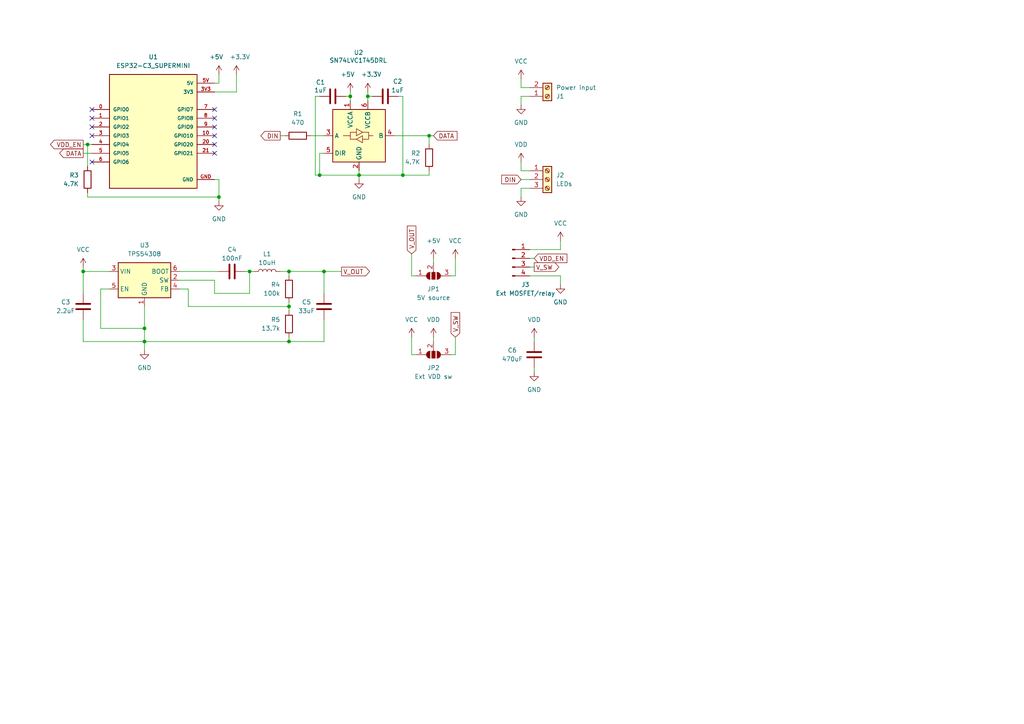
<source format=kicad_sch>
(kicad_sch (version 20231120) (generator "eeschema") (generator_version "8.0")
  (paper "A4")
  (lib_symbols
    (symbol "Connector:Conn_01x04_Pin" (pin_names (offset 1.016) hide)
      (property "Reference" "J" (at 0 5.08 0))
      (property "Value" "Conn_01x04_Pin" (at 0 -7.62 0))
      (symbol "Conn_01x04_Pin_1_1"
        (polyline (pts (xy 1.27 -5.08) (xy 0.8636 -5.08)) (stroke (width 0.1524)))
        (polyline (pts (xy 1.27 -2.54) (xy 0.8636 -2.54)) (stroke (width 0.1524)))
        (polyline (pts (xy 1.27 0) (xy 0.8636 0)) (stroke (width 0.1524)))
        (polyline (pts (xy 1.27 2.54) (xy 0.8636 2.54)) (stroke (width 0.1524)))
        (rectangle (start 0.8636 -4.953) (end 0 -5.207) (stroke (width 0.1524)) (fill (type outline)))
        (rectangle (start 0.8636 -2.413) (end 0 -2.667) (stroke (width 0.1524)) (fill (type outline)))
        (rectangle (start 0.8636 0.127) (end 0 -0.127) (stroke (width 0.1524)) (fill (type outline)))
        (rectangle (start 0.8636 2.667) (end 0 2.413) (stroke (width 0.1524)) (fill (type outline)))
        (pin passive line (at 5.08 2.54 180) (length 3.81) (name "Pin_1") (number "1"))
        (pin passive line (at 5.08 0 180) (length 3.81) (name "Pin_2") (number "2"))
        (pin passive line (at 5.08 -2.54 180) (length 3.81) (name "Pin_3") (number "3"))
        (pin passive line (at 5.08 -5.08 180) (length 3.81) (name "Pin_4") (number "4"))
      )
    )
    (symbol "Connector:Screw_Terminal_01x02" (pin_names (offset 1.016) hide)
      (property "Reference" "J" (at 0 2.54 0))
      (property "Value" "Screw_Terminal_01x02" (at 0 -5.08 0))
      (symbol "Screw_Terminal_01x02_1_1"
        (rectangle (start -1.27 1.27) (end 1.27 -3.81) (stroke (width 0.254)) (fill (type background)))
        (circle (center 0 -2.54) (radius 0.635) (stroke (width 0.1524)))
        (polyline (pts (xy -0.5334 -2.2098) (xy 0.3302 -3.048)) (stroke (width 0.1524)))
        (polyline (pts (xy -0.5334 0.3302) (xy 0.3302 -0.508)) (stroke (width 0.1524)))
        (polyline (pts (xy -0.3556 -2.032) (xy 0.508 -2.8702)) (stroke (width 0.1524)))
        (polyline (pts (xy -0.3556 0.508) (xy 0.508 -0.3302)) (stroke (width 0.1524)))
        (circle (center 0 0) (radius 0.635) (stroke (width 0.1524)))
        (pin passive line (at -5.08 0 0) (length 3.81) (name "Pin_1") (number "1"))
        (pin passive line (at -5.08 -2.54 0) (length 3.81) (name "Pin_2") (number "2"))
      )
    )
    (symbol "Connector:Screw_Terminal_01x03" (pin_names (offset 1.016) hide)
      (property "Reference" "J" (at 0 5.08 0))
      (property "Value" "Screw_Terminal_01x03" (at 0 -5.08 0))
      (symbol "Screw_Terminal_01x03_1_1"
        (rectangle (start -1.27 3.81) (end 1.27 -3.81) (stroke (width 0.254)) (fill (type background)))
        (circle (center 0 -2.54) (radius 0.635) (stroke (width 0.1524)))
        (polyline (pts (xy -0.5334 -2.2098) (xy 0.3302 -3.048)) (stroke (width 0.1524)))
        (polyline (pts (xy -0.5334 0.3302) (xy 0.3302 -0.508)) (stroke (width 0.1524)))
        (polyline (pts (xy -0.5334 2.8702) (xy 0.3302 2.032)) (stroke (width 0.1524)))
        (polyline (pts (xy -0.3556 -2.032) (xy 0.508 -2.8702)) (stroke (width 0.1524)))
        (polyline (pts (xy -0.3556 0.508) (xy 0.508 -0.3302)) (stroke (width 0.1524)))
        (polyline (pts (xy -0.3556 3.048) (xy 0.508 2.2098)) (stroke (width 0.1524)))
        (circle (center 0 0) (radius 0.635) (stroke (width 0.1524)))
        (circle (center 0 2.54) (radius 0.635) (stroke (width 0.1524)))
        (pin passive line (at -5.08 2.54 0) (length 3.81) (name "Pin_1") (number "1"))
        (pin passive line (at -5.08 0 0) (length 3.81) (name "Pin_2") (number "2"))
        (pin passive line (at -5.08 -2.54 0) (length 3.81) (name "Pin_3") (number "3"))
      )
    )
    (symbol "Device:C" (pin_numbers hide) (pin_names (offset 0.254))
      (property "Reference" "C" (at 0.635 2.54 0))
      (property "Value" "C" (at 0.635 -2.54 0))
      (symbol "C_0_1"
        (polyline (pts (xy -2.032 -0.762) (xy 2.032 -0.762)) (stroke (width 0.508)))
        (polyline (pts (xy -2.032 0.762) (xy 2.032 0.762)) (stroke (width 0.508)))
      )
      (symbol "C_1_1"
        (pin passive line (at 0 3.81 270) (length 2.794) (name "~") (number "1"))
        (pin passive line (at 0 -3.81 90) (length 2.794) (name "~") (number "2"))
      )
    )
    (symbol "Device:L" (pin_numbers hide) (pin_names (offset 1.016) hide)
      (property "Reference" "L" (at -1.27 0 90))
      (property "Value" "L" (at 1.905 0 90))
      (symbol "L_0_1"
        (arc (start 0 -2.54) (mid 0.6323 -1.905) (end 0 -1.27))
        (arc (start 0 -1.27) (mid 0.6323 -0.635) (end 0 0))
        (arc (start 0 0) (mid 0.6323 0.635) (end 0 1.27))
        (arc (start 0 1.27) (mid 0.6323 1.905) (end 0 2.54))
      )
      (symbol "L_1_1"
        (pin passive line (at 0 3.81 270) (length 1.27) (name "1") (number "1"))
        (pin passive line (at 0 -3.81 90) (length 1.27) (name "2") (number "2"))
      )
    )
    (symbol "Device:R" (pin_numbers hide) (pin_names (offset 0))
      (property "Reference" "R" (at 2.032 0 90))
      (property "Value" "R" (at 0 0 90))
      (symbol "R_0_1"
        (rectangle (start -1.016 -2.54) (end 1.016 2.54) (stroke (width 0.254)))
      )
      (symbol "R_1_1"
        (pin passive line (at 0 3.81 270) (length 1.27) (name "~") (number "1"))
        (pin passive line (at 0 -3.81 90) (length 1.27) (name "~") (number "2"))
      )
    )
    (symbol "ESP32-C3_SUPERMINI:ESP32-C3_SUPERMINI" (pin_names (offset 1.016))
      (property "Reference" "U" (at -12.7 16.002 0))
      (property "Value" "ESP32-C3_SUPERMINI" (at -12.7 -20.32 0))
      (symbol "ESP32-C3_SUPERMINI_0_0"
        (rectangle (start -12.7 -17.78) (end 12.7 15.24) (stroke (width 0.254)) (fill (type background)))
        (pin bidirectional line (at -17.78 5.08 0) (length 5.08) (name "GPIO0") (number "0"))
        (pin bidirectional line (at -17.78 2.54 0) (length 5.08) (name "GPIO1") (number "1"))
        (pin bidirectional line (at 17.78 -2.54 180) (length 5.08) (name "GPIO10") (number "10"))
        (pin bidirectional line (at -17.78 0 0) (length 5.08) (name "GPIO2") (number "2"))
        (pin bidirectional line (at 17.78 -5.08 180) (length 5.08) (name "GPIO20") (number "20"))
        (pin bidirectional line (at 17.78 -7.62 180) (length 5.08) (name "GPIO21") (number "21"))
        (pin bidirectional line (at -17.78 -2.54 0) (length 5.08) (name "GPIO3") (number "3"))
        (pin bidirectional line (at -17.78 -5.08 0) (length 5.08) (name "GPIO4") (number "4"))
        (pin bidirectional line (at -17.78 -7.62 0) (length 5.08) (name "GPIO5") (number "5"))
        (pin power_in line (at 17.78 12.7 180) (length 5.08) (name "5V") (number "5V"))
        (pin bidirectional line (at -17.78 -10.16 0) (length 5.08) (name "GPIO6") (number "6"))
        (pin bidirectional line (at 17.78 5.08 180) (length 5.08) (name "GPIO7") (number "7"))
        (pin bidirectional line (at 17.78 2.54 180) (length 5.08) (name "GPIO8") (number "8"))
        (pin bidirectional line (at 17.78 0 180) (length 5.08) (name "GPIO9") (number "9"))
      )
      (symbol "ESP32-C3_SUPERMINI_1_0"
        (pin power_in line (at 17.78 10.16 180) (length 5.08) (name "3V3") (number "3V3"))
        (pin power_in line (at 17.78 -15.24 180) (length 5.08) (name "GND") (number "GND"))
      )
    )
    (symbol "Jumper:SolderJumper_3_Open" (pin_names (offset 0) hide)
      (property "Reference" "JP" (at -2.54 -2.54 0))
      (property "Value" "SolderJumper_3_Open" (at 0 2.794 0))
      (symbol "SolderJumper_3_Open_0_1"
        (arc (start -1.016 1.016) (mid -2.0276 0) (end -1.016 -1.016))
        (arc (start -1.016 1.016) (mid -2.0276 0) (end -1.016 -1.016) (fill (type outline)))
        (rectangle (start -0.508 1.016) (end 0.508 -1.016) (fill (type outline)))
        (polyline (pts (xy -2.54 0) (xy -2.032 0)))
        (polyline (pts (xy -1.016 1.016) (xy -1.016 -1.016)))
        (polyline (pts (xy 0 -1.27) (xy 0 -1.016)))
        (polyline (pts (xy 1.016 1.016) (xy 1.016 -1.016)))
        (polyline (pts (xy 2.54 0) (xy 2.032 0)))
        (arc (start 1.016 -1.016) (mid 2.0276 0) (end 1.016 1.016))
        (arc (start 1.016 -1.016) (mid 2.0276 0) (end 1.016 1.016) (fill (type outline)))
      )
      (symbol "SolderJumper_3_Open_1_1"
        (pin passive line (at -5.08 0 0) (length 2.54) (name "A") (number "1"))
        (pin passive line (at 0 -3.81 90) (length 2.54) (name "C") (number "2"))
        (pin passive line (at 5.08 0 180) (length 2.54) (name "B") (number "3"))
      )
    )
    (symbol "Logic_LevelTranslator:SN74LVC1T45DRL"
      (property "Reference" "U" (at -6.35 8.89 0))
      (property "Value" "SN74LVC1T45DRL" (at 3.81 8.89 0))
      (symbol "SN74LVC1T45DRL_0_1"
        (rectangle (start -7.62 7.62) (end 7.62 -7.62) (stroke (width 0.254)) (fill (type background)))
        (polyline (pts (xy -2.54 0) (xy -2.54 1.016) (xy -0.762 1.016)))
        (polyline (pts (xy 2.794 0) (xy 2.794 -1.016) (xy 1.016 -1.016)))
        (polyline (pts (xy -0.762 -1.016) (xy -2.54 -1.016) (xy -2.54 0) (xy -4.572 0)))
        (polyline (pts (xy -0.762 0) (xy -0.762 2.032) (xy 1.016 1.016) (xy -0.762 0)))
        (polyline (pts (xy 1.016 1.016) (xy 2.794 1.016) (xy 2.794 0) (xy 4.064 0)))
        (polyline (pts (xy 1.016 0) (xy 1.016 -1.778) (xy 1.016 -2.032) (xy -0.762 -1.016) (xy 1.016 0)))
      )
      (symbol "SN74LVC1T45DRL_1_1"
        (pin power_in line (at -2.54 10.16 270) (length 2.54) (name "VCCA") (number "1"))
        (pin power_in line (at 0 -10.16 90) (length 2.54) (name "GND") (number "2"))
        (pin bidirectional line (at -10.16 0 0) (length 2.54) (name "A") (number "3"))
        (pin bidirectional line (at 10.16 0 180) (length 2.54) (name "B") (number "4"))
        (pin input line (at -10.16 -5.08 0) (length 2.54) (name "DIR") (number "5"))
        (pin power_in line (at 2.54 10.16 270) (length 2.54) (name "VCCB") (number "6"))
      )
    )
    (symbol "Regulator_Switching:TPS54308"
      (property "Reference" "U" (at -7.62 6.35 0))
      (property "Value" "TPS54308" (at 0 6.35 0))
      (symbol "TPS54308_0_1"
        (rectangle (start -7.62 5.08) (end 7.62 -5.08) (stroke (width 0.254)) (fill (type background)))
      )
      (symbol "TPS54308_1_1"
        (pin power_in line (at 0 -7.62 90) (length 2.54) (name "GND") (number "1"))
        (pin power_out line (at 10.16 0 180) (length 2.54) (name "SW") (number "2"))
        (pin power_in line (at -10.16 2.54 0) (length 2.54) (name "VIN") (number "3"))
        (pin input line (at 10.16 -2.54 180) (length 2.54) (name "FB") (number "4"))
        (pin input line (at -10.16 -2.54 0) (length 2.54) (name "EN") (number "5"))
        (pin passive line (at 10.16 2.54 180) (length 2.54) (name "BOOT") (number "6"))
      )
    )
    (symbol "power:+3.3V" (power) (pin_names (offset 0))
      (property "Value" "+3.3V" (at 0 3.556 0))
      (symbol "+3.3V_0_1"
        (polyline (pts (xy -0.762 1.27) (xy 0 2.54)))
        (polyline (pts (xy 0 0) (xy 0 2.54)))
        (polyline (pts (xy 0 2.54) (xy 0.762 1.27)))
      )
      (symbol "+3.3V_1_1"
        (pin power_in line (at 0 0 90) (length 0) hide (name "+3.3V") (number "1"))
      )
    )
    (symbol "power:+5V" (power) (pin_names (offset 0))
      (property "Value" "+5V" (at 0 3.556 0))
      (symbol "+5V_0_1"
        (polyline (pts (xy -0.762 1.27) (xy 0 2.54)))
        (polyline (pts (xy 0 0) (xy 0 2.54)))
        (polyline (pts (xy 0 2.54) (xy 0.762 1.27)))
      )
      (symbol "+5V_1_1"
        (pin power_in line (at 0 0 90) (length 0) hide (name "+5V") (number "1"))
      )
    )
    (symbol "power:GND" (power) (pin_names (offset 0))
      (property "Value" "GND" (at 0 -3.81 0))
      (symbol "GND_0_1"
        (polyline (pts (xy 0 0) (xy 0 -1.27) (xy 1.27 -1.27) (xy 0 -2.54) (xy -1.27 -1.27) (xy 0 -1.27)))
      )
      (symbol "GND_1_1"
        (pin power_in line (at 0 0 270) (length 0) hide (name "GND") (number "1"))
      )
    )
    (symbol "power:VCC" (power) (pin_names (offset 0))
      (property "Value" "VCC" (at 0 3.81 0))
      (symbol "VCC_0_1"
        (polyline (pts (xy -0.762 1.27) (xy 0 2.54)))
        (polyline (pts (xy 0 0) (xy 0 2.54)))
        (polyline (pts (xy 0 2.54) (xy 0.762 1.27)))
      )
      (symbol "VCC_1_1"
        (pin power_in line (at 0 0 90) (length 0) hide (name "VCC") (number "1"))
      )
    )
    (symbol "power:VDD" (power) (pin_names (offset 0))
      (property "Value" "VDD" (at 0 3.81 0))
      (symbol "VDD_0_1"
        (polyline (pts (xy -0.762 1.27) (xy 0 2.54)))
        (polyline (pts (xy 0 0) (xy 0 2.54)))
        (polyline (pts (xy 0 2.54) (xy 0.762 1.27)))
      )
      (symbol "VDD_1_1"
        (pin power_in line (at 0 0 90) (length 0) hide (name "VDD") (number "1"))
      )
    )
  )
  (junction (at 41.91 95.25))
  (junction (at 63.5 57.15))
  (junction (at 83.82 99.06))
  (junction (at 24.13 78.74))
  (junction (at 124.46 39.37))
  (junction (at 83.82 78.74))
  (junction (at 92.71 50.8))
  (junction (at 106.68 27.94))
  (junction (at 104.14 50.8))
  (junction (at 101.6 27.94))
  (junction (at 72.39 78.74))
  (junction (at 116.84 50.8))
  (junction (at 83.82 88.9))
  (junction (at 41.91 99.06))
  (junction (at 25.4 41.91))
  (junction (at 93.98 78.74))
  (no_connect (at 62.23 41.91))
  (no_connect (at 26.67 36.83))
  (no_connect (at 26.67 39.37))
  (no_connect (at 26.67 46.99))
  (no_connect (at 26.67 34.29))
  (no_connect (at 62.23 39.37))
  (no_connect (at 62.23 31.75))
  (no_connect (at 26.67 31.75))
  (no_connect (at 62.23 34.29))
  (no_connect (at 62.23 44.45))
  (no_connect (at 62.23 36.83))
  (wire (pts (xy 132.08 80.01) (xy 132.08 74.93)))
  (wire (pts (xy 62.23 24.13) (xy 63.5 24.13)))
  (wire (pts (xy 63.5 52.07) (xy 63.5 57.15)))
  (wire (pts (xy 162.56 72.39) (xy 162.56 69.85)))
  (wire (pts (xy 106.68 27.94) (xy 106.68 29.21)))
  (wire (pts (xy 24.13 78.74) (xy 31.75 78.74)))
  (wire (pts (xy 41.91 88.9) (xy 41.91 95.25)))
  (wire (pts (xy 125.73 74.93) (xy 125.73 76.2)))
  (wire (pts (xy 91.44 50.8) (xy 92.71 50.8)))
  (wire (pts (xy 130.81 80.01) (xy 132.08 80.01)))
  (wire (pts (xy 116.84 50.8) (xy 124.46 50.8)))
  (wire (pts (xy 116.84 50.8) (xy 104.14 50.8)))
  (wire (pts (xy 41.91 95.25) (xy 41.91 99.06)))
  (wire (pts (xy 83.82 87.63) (xy 83.82 88.9)))
  (wire (pts (xy 119.38 80.01) (xy 120.65 80.01)))
  (wire (pts (xy 153.67 54.61) (xy 151.13 54.61)))
  (wire (pts (xy 119.38 73.66) (xy 119.38 80.01)))
  (wire (pts (xy 124.46 39.37) (xy 124.46 41.91)))
  (wire (pts (xy 93.98 78.74) (xy 83.82 78.74)))
  (wire (pts (xy 92.71 50.8) (xy 104.14 50.8)))
  (wire (pts (xy 54.61 88.9) (xy 83.82 88.9)))
  (wire (pts (xy 151.13 46.99) (xy 151.13 49.53)))
  (wire (pts (xy 116.84 27.94) (xy 116.84 50.8)))
  (wire (pts (xy 125.73 39.37) (xy 124.46 39.37)))
  (wire (pts (xy 31.75 83.82) (xy 29.21 83.82)))
  (wire (pts (xy 83.82 88.9) (xy 83.82 90.17)))
  (wire (pts (xy 82.55 39.37) (xy 81.28 39.37)))
  (wire (pts (xy 100.33 27.94) (xy 101.6 27.94)))
  (wire (pts (xy 62.23 85.09) (xy 72.39 85.09)))
  (wire (pts (xy 91.44 27.94) (xy 91.44 50.8)))
  (wire (pts (xy 24.13 77.47) (xy 24.13 78.74)))
  (wire (pts (xy 72.39 78.74) (xy 73.66 78.74)))
  (wire (pts (xy 62.23 26.67) (xy 68.58 26.67)))
  (wire (pts (xy 151.13 54.61) (xy 151.13 57.15)))
  (wire (pts (xy 106.68 27.94) (xy 107.95 27.94)))
  (wire (pts (xy 93.98 99.06) (xy 83.82 99.06)))
  (wire (pts (xy 24.13 78.74) (xy 24.13 85.09)))
  (wire (pts (xy 104.14 49.53) (xy 104.14 50.8)))
  (wire (pts (xy 106.68 26.67) (xy 106.68 27.94)))
  (wire (pts (xy 72.39 85.09) (xy 72.39 78.74)))
  (wire (pts (xy 132.08 97.79) (xy 132.08 102.87)))
  (wire (pts (xy 29.21 83.82) (xy 29.21 95.25)))
  (wire (pts (xy 25.4 57.15) (xy 63.5 57.15)))
  (wire (pts (xy 154.94 106.68) (xy 154.94 107.95)))
  (wire (pts (xy 162.56 80.01) (xy 162.56 82.55)))
  (wire (pts (xy 54.61 83.82) (xy 54.61 88.9)))
  (wire (pts (xy 115.57 27.94) (xy 116.84 27.94)))
  (wire (pts (xy 52.07 81.28) (xy 62.23 81.28)))
  (wire (pts (xy 24.13 41.91) (xy 25.4 41.91)))
  (wire (pts (xy 91.44 27.94) (xy 92.71 27.94)))
  (wire (pts (xy 24.13 92.71) (xy 24.13 99.06)))
  (wire (pts (xy 153.67 72.39) (xy 162.56 72.39)))
  (wire (pts (xy 63.5 52.07) (xy 62.23 52.07)))
  (wire (pts (xy 93.98 78.74) (xy 93.98 85.09)))
  (wire (pts (xy 92.71 44.45) (xy 93.98 44.45)))
  (wire (pts (xy 63.5 57.15) (xy 63.5 58.42)))
  (wire (pts (xy 132.08 102.87) (xy 130.81 102.87)))
  (wire (pts (xy 153.67 77.47) (xy 154.94 77.47)))
  (wire (pts (xy 24.13 99.06) (xy 41.91 99.06)))
  (wire (pts (xy 81.28 78.74) (xy 83.82 78.74)))
  (wire (pts (xy 25.4 55.88) (xy 25.4 57.15)))
  (wire (pts (xy 62.23 81.28) (xy 62.23 85.09)))
  (wire (pts (xy 151.13 25.4) (xy 151.13 22.86)))
  (wire (pts (xy 151.13 27.94) (xy 151.13 30.48)))
  (wire (pts (xy 63.5 24.13) (xy 63.5 21.59)))
  (wire (pts (xy 90.17 39.37) (xy 93.98 39.37)))
  (wire (pts (xy 68.58 26.67) (xy 68.58 21.59)))
  (wire (pts (xy 154.94 97.79) (xy 154.94 99.06)))
  (wire (pts (xy 151.13 49.53) (xy 153.67 49.53)))
  (wire (pts (xy 93.98 92.71) (xy 93.98 99.06)))
  (wire (pts (xy 71.12 78.74) (xy 72.39 78.74)))
  (wire (pts (xy 124.46 50.8) (xy 124.46 49.53)))
  (wire (pts (xy 153.67 74.93) (xy 154.94 74.93)))
  (wire (pts (xy 151.13 52.07) (xy 153.67 52.07)))
  (wire (pts (xy 153.67 80.01) (xy 162.56 80.01)))
  (wire (pts (xy 119.38 102.87) (xy 119.38 97.79)))
  (wire (pts (xy 114.3 39.37) (xy 124.46 39.37)))
  (wire (pts (xy 25.4 41.91) (xy 25.4 48.26)))
  (wire (pts (xy 52.07 78.74) (xy 63.5 78.74)))
  (wire (pts (xy 120.65 102.87) (xy 119.38 102.87)))
  (wire (pts (xy 153.67 25.4) (xy 151.13 25.4)))
  (wire (pts (xy 41.91 99.06) (xy 83.82 99.06)))
  (wire (pts (xy 101.6 26.67) (xy 101.6 27.94)))
  (wire (pts (xy 83.82 97.79) (xy 83.82 99.06)))
  (wire (pts (xy 104.14 50.8) (xy 104.14 52.07)))
  (wire (pts (xy 52.07 83.82) (xy 54.61 83.82)))
  (wire (pts (xy 93.98 78.74) (xy 99.06 78.74)))
  (wire (pts (xy 25.4 41.91) (xy 26.67 41.91)))
  (wire (pts (xy 83.82 78.74) (xy 83.82 80.01)))
  (wire (pts (xy 101.6 27.94) (xy 101.6 29.21)))
  (wire (pts (xy 92.71 44.45) (xy 92.71 50.8)))
  (wire (pts (xy 24.13 44.45) (xy 26.67 44.45)))
  (wire (pts (xy 41.91 99.06) (xy 41.91 101.6)))
  (wire (pts (xy 29.21 95.25) (xy 41.91 95.25)))
  (wire (pts (xy 153.67 27.94) (xy 151.13 27.94)))
  (wire (pts (xy 125.73 97.79) (xy 125.73 99.06)))
  (global_label "VDD_EN" (shape input) (at 154.94 74.93 0) (property "Intersheetrefs" "${INTERSHEET_REFS}" (effects (hide yes))))
  (global_label "V_OUT" (shape input) (at 119.38 73.66 90) (property "Intersheetrefs" "${INTERSHEET_REFS}" (effects (hide yes))))
  (global_label "V_SW" (shape output) (at 154.94 77.47 0) (property "Intersheetrefs" "${INTERSHEET_REFS}" (effects (hide yes))))
  (global_label "DIN" (shape input) (at 151.13 52.07 180) (property "Intersheetrefs" "${INTERSHEET_REFS}" (effects (hide yes))))
  (global_label "VDD_EN" (shape output) (at 24.13 41.91 180) (property "Intersheetrefs" "${INTERSHEET_REFS}" (effects (hide yes))))
  (global_label "DATA" (shape output) (at 24.13 44.45 180) (property "Intersheetrefs" "${INTERSHEET_REFS}" (effects (hide yes))))
  (global_label "V_SW" (shape input) (at 132.08 97.79 90) (property "Intersheetrefs" "${INTERSHEET_REFS}" (effects (hide yes))))
  (global_label "DATA" (shape input) (at 125.73 39.37 0) (property "Intersheetrefs" "${INTERSHEET_REFS}" (effects (hide yes))))
  (global_label "V_OUT" (shape output) (at 99.06 78.74 0) (property "Intersheetrefs" "${INTERSHEET_REFS}" (effects (hide yes))))
  (global_label "DIN" (shape output) (at 81.28 39.37 180) (property "Intersheetrefs" "${INTERSHEET_REFS}" (effects (hide yes))))
  (symbol (lib_id "power:GND") (at 63.5 58.42 0) (unit 1)
    (property "Reference" "#PWR02" (effects (hide yes)))
    (property "Value" "GND" (at 63.5 63.5 0))
  )
  (symbol (lib_id "Device:R") (at 83.82 83.82 0) (unit 1)
    (property "Reference" "R4" (at 81.28 82.55 0) (effects (justify right)))
    (property "Value" "100k" (at 81.28 85.09 0) (effects (justify right)))
    (property "Footprint" "Resistor_SMD:R_0603_1608Metric_Pad0.98x0.95mm_HandSolder" (effects (hide yes)))
  )
  (symbol (lib_id "power:GND") (at 41.91 101.6 0) (unit 1)
    (property "Reference" "#PWR018" (effects (hide yes)))
    (property "Value" "GND" (at 41.91 106.68 0))
  )
  (symbol (lib_id "Device:R") (at 83.82 93.98 0) (unit 1)
    (property "Reference" "R5" (at 81.28 92.71 0) (effects (justify right)))
    (property "Value" "13.7k" (at 81.28 95.25 0) (effects (justify right)))
    (property "Footprint" "Resistor_SMD:R_0603_1608Metric_Pad0.98x0.95mm_HandSolder" (effects (hide yes)))
  )
  (symbol (lib_id "power:VCC") (at 119.38 97.79 0) (unit 1)
    (property "Reference" "#PWR013" (effects (hide yes)))
    (property "Value" "VCC" (at 119.38 92.71 0))
  )
  (symbol (lib_id "power:VCC") (at 151.13 22.86 0) (unit 1)
    (property "Reference" "#PWR05" (effects (hide yes)))
    (property "Value" "VCC" (at 151.13 17.78 0))
  )
  (symbol (lib_id "Device:R") (at 124.46 45.72 0) (unit 1)
    (property "Reference" "R2" (at 121.92 44.45 0) (effects (justify right)))
    (property "Value" "4.7K" (at 121.92 46.99 0) (effects (justify right)))
    (property "Footprint" "Resistor_SMD:R_0603_1608Metric_Pad0.98x0.95mm_HandSolder" (effects (hide yes)))
  )
  (symbol (lib_id "power:VDD") (at 154.94 97.79 0) (unit 1)
    (property "Reference" "#PWR019" (effects (hide yes)))
    (property "Value" "VDD" (at 154.94 92.71 0))
  )
  (symbol (lib_id "Device:R") (at 86.36 39.37 90) (unit 1)
    (property "Reference" "R1" (at 86.36 33.02 90))
    (property "Value" "470" (at 86.36 35.56 90))
    (property "Footprint" "Resistor_SMD:R_0603_1608Metric_Pad0.98x0.95mm_HandSolder" (effects (hide yes)))
  )
  (symbol (lib_id "power:VDD") (at 125.73 97.79 0) (unit 1)
    (property "Reference" "#PWR014" (effects (hide yes)))
    (property "Value" "VDD" (at 125.73 92.71 0))
  )
  (symbol (lib_id "power:VCC") (at 24.13 77.47 0) (unit 1)
    (property "Reference" "#PWR017" (effects (hide yes)))
    (property "Value" "VCC" (at 24.13 72.39 0))
  )
  (symbol (lib_id "Device:C") (at 24.13 88.9 0) (unit 1)
    (property "Reference" "C3" (at 19.05 87.63 0))
    (property "Value" "2.2uF" (at 19.05 90.17 0))
    (property "Footprint" "Capacitor_SMD:C_0603_1608Metric_Pad1.08x0.95mm_HandSolder" (effects (hide yes)))
  )
  (symbol (lib_id "power:VCC") (at 162.56 69.85 0) (unit 1)
    (property "Reference" "#PWR016" (effects (hide yes)))
    (property "Value" "VCC" (at 162.56 64.77 0))
  )
  (symbol (lib_id "power:+3.3V") (at 106.68 26.67 0) (mirror y) (unit 1)
    (property "Reference" "#PWR06" (effects (hide yes)))
    (property "Value" "+3.3V" (at 107.696 21.59 0))
  )
  (symbol (lib_id "Device:C") (at 154.94 102.87 0) (unit 1)
    (property "Reference" "C6" (at 148.59 101.6 0))
    (property "Value" "470uF" (at 148.59 104.14 0))
    (property "Footprint" "Capacitor_SMD:CP_Elec_8x10" (effects (hide yes)))
  )
  (symbol (lib_id "Regulator_Switching:TPS54308") (at 41.91 81.28 0) (unit 1)
    (property "Reference" "U3" (at 41.91 71.12 0))
    (property "Value" "TPS54308" (at 41.91 73.66 0))
    (property "Footprint" "Package_TO_SOT_SMD:SOT-23-6_Handsoldering" (effects (hide yes)))
    (property "Datasheet" "http://www.ti.com/lit/ds/symlink/tps54308.pdf" (effects (hide yes)))
    (property "Description" "3A, 4.5 to 28V Input, EMI Friendly integrated switch synchronous step-down regulator, continuous-conduction, SOT-23-6" (effects (hide yes)))
  )
  (symbol (lib_id "Device:C") (at 111.76 27.94 270) (unit 1)
    (property "Reference" "C2" (at 115.316 23.622 90))
    (property "Value" "1uF" (at 115.316 26.162 90))
    (property "Footprint" "Capacitor_SMD:C_0603_1608Metric_Pad1.08x0.95mm_HandSolder" (effects (hide yes)))
  )
  (symbol (lib_id "power:GND") (at 151.13 30.48 0) (mirror y) (unit 1)
    (property "Reference" "#PWR04" (effects (hide yes)))
    (property "Value" "GND" (at 151.13 35.56 0))
  )
  (symbol (lib_id "Connector:Screw_Terminal_01x03") (at 158.75 52.07 0) (unit 1)
    (property "Reference" "J2" (at 161.29 50.8 0) (effects (justify left)))
    (property "Value" "LEDs" (at 161.29 53.34 0) (effects (justify left)))
    (property "Footprint" "TerminalBlock:TerminalBlock_bornier-3_P5.08mm" (effects (hide yes)))
  )
  (symbol (lib_id "power:+3.3V") (at 68.58 21.59 0) (mirror y) (unit 1)
    (property "Reference" "#PWR03" (effects (hide yes)))
    (property "Value" "+3.3V" (at 69.596 16.51 0))
  )
  (symbol (lib_id "Jumper:SolderJumper_3_Open") (at 125.73 80.01 0) (mirror x) (unit 1)
    (property "Reference" "JP1" (at 125.73 83.82 0))
    (property "Value" "5V source" (at 125.73 86.36 0))
    (property "Footprint" "Jumper:SolderJumper-3_P1.3mm_Open_Pad1.0x1.5mm_NumberLabels" (effects (hide yes)))
  )
  (symbol (lib_id "power:+5V") (at 63.5 21.59 0) (mirror y) (unit 1)
    (property "Reference" "#PWR01" (effects (hide yes)))
    (property "Value" "+5V" (at 62.738 16.51 0))
  )
  (symbol (lib_id "ESP32-C3_SUPERMINI:ESP32-C3_SUPERMINI") (at 44.45 36.83 0) (unit 1)
    (property "Reference" "U1" (at 44.45 16.51 0))
    (property "Value" "ESP32-C3_SUPERMINI" (at 44.45 19.05 0))
    (property "Footprint" "ESP32-C3_SUPERMINI:MODULE_ESP32-C3_SUPERMINI_CASTELLATED" (effects (hide yes)))
    (property "Description" "\nSuper tiny ESP32-C3 board\n" (effects (hide yes)))
    (property "MF" "Espressif Systems" (effects (hide yes)))
    (property "MAXIMUM_PACKAGE_HEIGHT" "4.2mm" (effects (hide yes)))
    (property "Package" "Package" (effects (hide yes)))
    (property "Price" "None" (effects (hide yes)))
    (property "Check_prices" "https://www.snapeda.com/parts/ESP32-C3%20SuperMini/Espressif+Systems/view-part/?ref=eda" (effects (hide yes)))
    (property "STANDARD" "Manufacturer Recommendations" (effects (hide yes)))
    (property "SnapEDA_Link" "https://www.snapeda.com/parts/ESP32-C3%20SuperMini/Espressif+Systems/view-part/?ref=snap" (effects (hide yes)))
    (property "MP" "ESP32-C3 SuperMini" (effects (hide yes)))
    (property "Availability" "Not in stock" (effects (hide yes)))
    (property "MANUFACTURER" "Espressif" (effects (hide yes)))
    (property "Description_1" "\nSuper tiny ESP32-C3 board\n" (effects (hide yes)))
  )
  (symbol (lib_id "power:GND") (at 104.14 52.07 0) (mirror y) (unit 1)
    (property "Reference" "#PWR08" (effects (hide yes)))
    (property "Value" "GND" (at 104.14 57.15 0))
  )
  (symbol (lib_id "power:+5V") (at 125.73 74.93 0) (unit 1)
    (property "Reference" "#PWR012" (effects (hide yes)))
    (property "Value" "+5V" (at 125.73 69.85 0))
  )
  (symbol (lib_id "Device:C") (at 96.52 27.94 270) (unit 1)
    (property "Reference" "C1" (at 92.964 23.876 90))
    (property "Value" "1uF" (at 92.964 26.162 90))
    (property "Footprint" "Capacitor_SMD:C_0603_1608Metric_Pad1.08x0.95mm_HandSolder" (effects (hide yes)))
  )
  (symbol (lib_id "power:GND") (at 151.13 57.15 0) (mirror y) (unit 1)
    (property "Reference" "#PWR010" (effects (hide yes)))
    (property "Value" "GND" (at 151.13 62.23 0))
  )
  (symbol (lib_id "power:+5V") (at 101.6 26.67 0) (mirror y) (unit 1)
    (property "Reference" "#PWR07" (effects (hide yes)))
    (property "Value" "+5V" (at 100.838 21.59 0))
  )
  (symbol (lib_id "power:VDD") (at 151.13 46.99 0) (unit 1)
    (property "Reference" "#PWR09" (effects (hide yes)))
    (property "Value" "VDD" (at 151.13 41.91 0))
  )
  (symbol (lib_id "power:GND") (at 154.94 107.95 0) (mirror y) (unit 1)
    (property "Reference" "#PWR020" (effects (hide yes)))
    (property "Value" "GND" (at 154.94 113.03 0))
  )
  (symbol (lib_id "Device:R") (at 25.4 52.07 0) (unit 1)
    (property "Reference" "R3" (at 22.86 50.8 0) (effects (justify right)))
    (property "Value" "4.7K" (at 22.86 53.34 0) (effects (justify right)))
    (property "Footprint" "Resistor_SMD:R_0603_1608Metric_Pad0.98x0.95mm_HandSolder" (effects (hide yes)))
  )
  (symbol (lib_id "Device:L") (at 77.47 78.74 90) (unit 1)
    (property "Reference" "L1" (at 77.47 73.66 90))
    (property "Value" "10uH" (at 77.47 76.2 90))
    (property "Footprint" "CYA0630:CYA0630" (effects (hide yes)))
    (property "Description" "Inductor" (effects (hide yes)))
  )
  (symbol (lib_id "power:VCC") (at 132.08 74.93 0) (unit 1)
    (property "Reference" "#PWR011" (effects (hide yes)))
    (property "Value" "VCC" (at 132.08 69.85 0))
  )
  (symbol (lib_id "Connector:Screw_Terminal_01x02") (at 158.75 27.94 0) (mirror x) (unit 1)
    (property "Reference" "J1" (at 161.29 27.94 0) (effects (justify left)))
    (property "Value" "Power input" (at 161.29 25.4 0) (effects (justify left)))
    (property "Footprint" "TerminalBlock:TerminalBlock_bornier-2_P5.08mm" (effects (hide yes)))
  )
  (symbol (lib_id "Device:C") (at 67.31 78.74 270) (unit 1)
    (property "Reference" "C4" (at 67.31 72.39 90))
    (property "Value" "100nF" (at 67.31 74.93 90))
    (property "Footprint" "Capacitor_SMD:C_0603_1608Metric_Pad1.08x0.95mm_HandSolder" (effects (hide yes)))
  )
  (symbol (lib_id "Logic_LevelTranslator:SN74LVC1T45DRL") (at 104.14 39.37 0) (unit 1)
    (property "Reference" "U2" (at 102.616 15.24 0) (effects (justify left)))
    (property "Value" "SN74LVC1T45DRL" (at 103.886 17.526 0))
    (property "Footprint" "Package_TO_SOT_SMD:SOT-563" (effects (hide yes)))
    (property "Datasheet" "http://www.ti.com/lit/ds/symlink/sn74lvc1t45.pdf" (effects (hide yes)))
  )
  (symbol (lib_id "Jumper:SolderJumper_3_Open") (at 125.73 102.87 0) (mirror x) (unit 1)
    (property "Reference" "JP2" (at 125.73 106.68 0))
    (property "Value" "Ext VDD sw" (at 125.73 109.22 0))
    (property "Footprint" "Jumper:SolderJumper-3_P1.3mm_Open_Pad1.0x1.5mm_NumberLabels" (effects (hide yes)))
  )
  (symbol (lib_id "power:GND") (at 162.56 82.55 0) (unit 1)
    (property "Reference" "#PWR015" (effects (hide yes)))
    (property "Value" "GND" (at 162.56 87.63 0))
  )
  (symbol (lib_id "Device:C") (at 93.98 88.9 0) (unit 1)
    (property "Reference" "C5" (at 88.9 87.63 0))
    (property "Value" "33uF" (at 88.9 90.17 0))
    (property "Footprint" "Capacitor_SMD:C_0603_1608Metric_Pad1.08x0.95mm_HandSolder" (effects (hide yes)))
  )
  (symbol (lib_id "Connector:Conn_01x04_Pin") (at 148.59 74.93 0) (unit 1)
    (property "Reference" "J3" (at 152.4 82.55 0))
    (property "Value" "Ext MOSFET/relay" (at 152.4 85.09 0))
    (property "Footprint" "Connector_PinHeader_2.54mm:PinHeader_1x04_P2.54mm_Vertical" (effects (hide yes)))
  )
)
</source>
